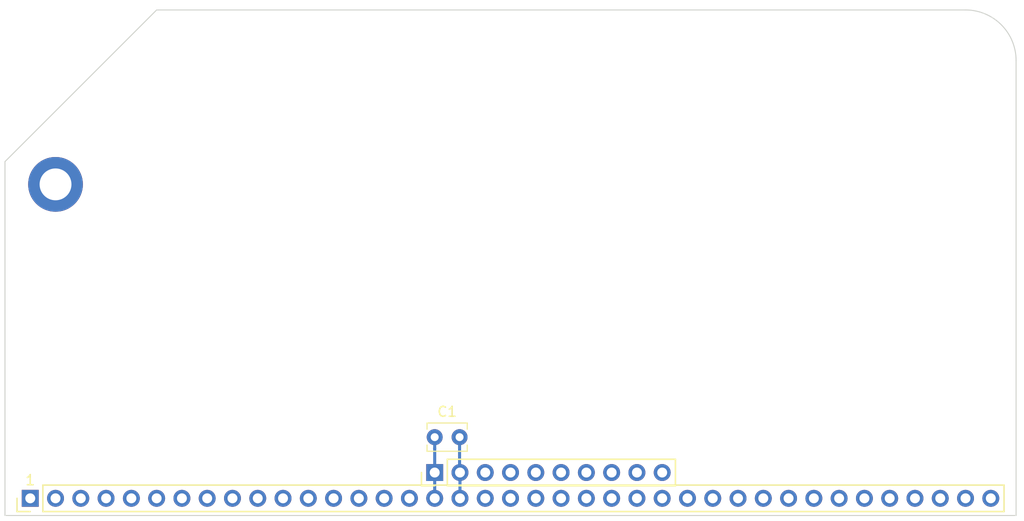
<source format=kicad_pcb>
(kicad_pcb (version 20171130) (host pcbnew "(5.1.2-1)-1")

  (general
    (thickness 1.6)
    (drawings 7)
    (tracks 11)
    (zones 0)
    (modules 4)
    (nets 3)
  )

  (page A4)
  (layers
    (0 F.Cu mixed)
    (31 B.Cu mixed)
    (34 B.Paste user)
    (35 F.Paste user)
    (36 B.SilkS user)
    (37 F.SilkS user)
    (38 B.Mask user)
    (39 F.Mask user)
    (44 Edge.Cuts user)
    (45 Margin user)
    (46 B.CrtYd user)
    (47 F.CrtYd user)
  )

  (setup
    (last_trace_width 0.1524)
    (trace_clearance 0.1524)
    (zone_clearance 0.508)
    (zone_45_only no)
    (trace_min 0.1524)
    (via_size 0.6858)
    (via_drill 0.3302)
    (via_min_size 0.6858)
    (via_min_drill 0.3302)
    (uvia_size 0.3)
    (uvia_drill 0.1)
    (uvias_allowed no)
    (uvia_min_size 0)
    (uvia_min_drill 0)
    (edge_width 0.05)
    (segment_width 0.2)
    (pcb_text_width 0.3)
    (pcb_text_size 1.5 1.5)
    (mod_edge_width 0.1524)
    (mod_text_size 1.016 1.016)
    (mod_text_width 0.1524)
    (pad_size 1.56 0.65)
    (pad_drill 0)
    (pad_to_mask_clearance 0.0508)
    (solder_mask_min_width 0.254)
    (aux_axis_origin 0 0)
    (grid_origin 75.438 127.508)
    (visible_elements FFFFFF7F)
    (pcbplotparams
      (layerselection 0x010f0_ffffffff)
      (usegerberextensions true)
      (usegerberattributes false)
      (usegerberadvancedattributes false)
      (creategerberjobfile false)
      (excludeedgelayer true)
      (linewidth 0.100000)
      (plotframeref false)
      (viasonmask false)
      (mode 1)
      (useauxorigin false)
      (hpglpennumber 1)
      (hpglpenspeed 20)
      (hpglpendiameter 15.000000)
      (psnegative false)
      (psa4output false)
      (plotreference true)
      (plotvalue true)
      (plotinvisibletext false)
      (padsonsilk false)
      (subtractmaskfromsilk false)
      (outputformat 1)
      (mirror false)
      (drillshape 0)
      (scaleselection 1)
      (outputdirectory "gerbers/"))
  )

  (net 0 "")
  (net 1 5V)
  (net 2 GND)

  (net_class Default "This is the default net class."
    (clearance 0.1524)
    (trace_width 0.1524)
    (via_dia 0.6858)
    (via_drill 0.3302)
    (uvia_dia 0.3)
    (uvia_drill 0.1)
    (add_net A1)
    (add_net A10)
    (add_net A11)
    (add_net A12)
    (add_net A13)
    (add_net A14)
    (add_net A15)
    (add_net A2)
    (add_net A5)
    (add_net A6)
    (add_net A7)
    (add_net A8)
    (add_net A9)
    (add_net CLK)
    (add_net CLK2)
    (add_net D0)
    (add_net D1)
    (add_net D2)
    (add_net D3)
    (add_net D4)
    (add_net D5)
    (add_net D6)
    (add_net D7)
    (add_net "Net-(J1-Pad35)")
    (add_net "Net-(J1-Pad36)")
    (add_net "Net-(J1-Pad37)")
    (add_net "Net-(J1-Pad38)")
    (add_net "Net-(J1-Pad39)")
    (add_net ~BUSACK)
    (add_net ~BUSRQ)
    (add_net ~HALT)
    (add_net ~INT)
    (add_net ~IORQ)
    (add_net ~M1)
    (add_net ~MREQ)
    (add_net ~NMI)
    (add_net ~RESET)
    (add_net ~RESET2)
    (add_net ~RFSH)
    (add_net ~WAIT)
    (add_net ~WR)
  )

  (net_class "Net-(D1-Pad1)	Default\r" ""
    (clearance 0.2032)
    (trace_width 0.2032)
    (via_dia 0.6858)
    (via_drill 0.3302)
    (uvia_dia 0.3)
    (uvia_drill 0.1)
  )

  (net_class Power ""
    (clearance 0.2032)
    (trace_width 0.3048)
    (via_dia 0.6858)
    (via_drill 0.3302)
    (uvia_dia 0.3)
    (uvia_drill 0.1)
    (add_net 5V)
    (add_net GND)
  )

  (module Capacitor_THT:C_Disc_D3.8mm_W2.6mm_P2.50mm (layer F.Cu) (tedit 5AE50EF0) (tstamp 5CC83962)
    (at 118.618 119.634)
    (descr "C, Disc series, Radial, pin pitch=2.50mm, , diameter*width=3.8*2.6mm^2, Capacitor, http://www.vishay.com/docs/45233/krseries.pdf")
    (tags "C Disc series Radial pin pitch 2.50mm  diameter 3.8mm width 2.6mm Capacitor")
    (path /5CEC908F)
    (fp_text reference C1 (at 1.25 -2.55) (layer F.SilkS)
      (effects (font (size 1 1) (thickness 0.15)))
    )
    (fp_text value 100nF (at 1.25 2.55) (layer F.Fab)
      (effects (font (size 1 1) (thickness 0.15)))
    )
    (fp_text user %R (at 1.25 0) (layer F.Fab)
      (effects (font (size 0.76 0.76) (thickness 0.114)))
    )
    (fp_line (start 3.55 -1.55) (end -1.05 -1.55) (layer F.CrtYd) (width 0.05))
    (fp_line (start 3.55 1.55) (end 3.55 -1.55) (layer F.CrtYd) (width 0.05))
    (fp_line (start -1.05 1.55) (end 3.55 1.55) (layer F.CrtYd) (width 0.05))
    (fp_line (start -1.05 -1.55) (end -1.05 1.55) (layer F.CrtYd) (width 0.05))
    (fp_line (start 3.27 0.795) (end 3.27 1.42) (layer F.SilkS) (width 0.12))
    (fp_line (start 3.27 -1.42) (end 3.27 -0.795) (layer F.SilkS) (width 0.12))
    (fp_line (start -0.77 0.795) (end -0.77 1.42) (layer F.SilkS) (width 0.12))
    (fp_line (start -0.77 -1.42) (end -0.77 -0.795) (layer F.SilkS) (width 0.12))
    (fp_line (start -0.77 1.42) (end 3.27 1.42) (layer F.SilkS) (width 0.12))
    (fp_line (start -0.77 -1.42) (end 3.27 -1.42) (layer F.SilkS) (width 0.12))
    (fp_line (start 3.15 -1.3) (end -0.65 -1.3) (layer F.Fab) (width 0.1))
    (fp_line (start 3.15 1.3) (end 3.15 -1.3) (layer F.Fab) (width 0.1))
    (fp_line (start -0.65 1.3) (end 3.15 1.3) (layer F.Fab) (width 0.1))
    (fp_line (start -0.65 -1.3) (end -0.65 1.3) (layer F.Fab) (width 0.1))
    (pad 2 thru_hole circle (at 2.5 0) (size 1.6 1.6) (drill 0.8) (layers *.Cu *.Mask)
      (net 1 5V))
    (pad 1 thru_hole circle (at 0 0) (size 1.6 1.6) (drill 0.8) (layers *.Cu *.Mask)
      (net 2 GND))
    (model ${KISYS3DMOD}/Capacitor_THT.3dshapes/C_Disc_D3.8mm_W2.6mm_P2.50mm.wrl
      (at (xyz 0 0 0))
      (scale (xyz 1 1 1))
      (rotate (xyz 0 0 0))
    )
  )

  (module Connector_PinHeader_2.54mm:PinHeader_1x39_P2.54mm_Vertical (layer F.Cu) (tedit 59FED5CC) (tstamp 5CC52FC5)
    (at 77.978 125.7808 90)
    (descr "Through hole straight pin header, 1x39, 2.54mm pitch, single row")
    (tags "Through hole pin header THT 1x39 2.54mm single row")
    (path /5CA62B4A)
    (fp_text reference J1 (at 0 -2.33 90) (layer F.SilkS) hide
      (effects (font (size 1.016 1.016) (thickness 0.1524)))
    )
    (fp_text value "Z80 Bus" (at 0 98.85 90) (layer F.Fab)
      (effects (font (size 1 1) (thickness 0.15)))
    )
    (fp_text user %R (at 0 48.26 180) (layer F.Fab)
      (effects (font (size 1 1) (thickness 0.15)))
    )
    (fp_line (start 1.8 -1.8) (end -1.8 -1.8) (layer F.CrtYd) (width 0.05))
    (fp_line (start 1.8 98.3) (end 1.8 -1.8) (layer F.CrtYd) (width 0.05))
    (fp_line (start -1.8 98.3) (end 1.8 98.3) (layer F.CrtYd) (width 0.05))
    (fp_line (start -1.8 -1.8) (end -1.8 98.3) (layer F.CrtYd) (width 0.05))
    (fp_line (start -1.33 -1.33) (end 0 -1.33) (layer F.SilkS) (width 0.1524))
    (fp_line (start -1.33 0) (end -1.33 -1.33) (layer F.SilkS) (width 0.1524))
    (fp_line (start -1.33 1.27) (end 1.33 1.27) (layer F.SilkS) (width 0.1524))
    (fp_line (start 1.33 1.27) (end 1.33 97.85) (layer F.SilkS) (width 0.1524))
    (fp_line (start -1.33 1.27) (end -1.33 97.85) (layer F.SilkS) (width 0.1524))
    (fp_line (start -1.33 97.85) (end 1.33 97.85) (layer F.SilkS) (width 0.1524))
    (fp_line (start -1.27 -0.635) (end -0.635 -1.27) (layer F.Fab) (width 0.1))
    (fp_line (start -1.27 97.79) (end -1.27 -0.635) (layer F.Fab) (width 0.1))
    (fp_line (start 1.27 97.79) (end -1.27 97.79) (layer F.Fab) (width 0.1))
    (fp_line (start 1.27 -1.27) (end 1.27 97.79) (layer F.Fab) (width 0.1))
    (fp_line (start -0.635 -1.27) (end 1.27 -1.27) (layer F.Fab) (width 0.1))
    (pad 39 thru_hole oval (at 0 96.52 90) (size 1.7 1.7) (drill 1) (layers *.Cu *.Mask))
    (pad 38 thru_hole oval (at 0 93.98 90) (size 1.7 1.7) (drill 1) (layers *.Cu *.Mask))
    (pad 37 thru_hole oval (at 0 91.44 90) (size 1.7 1.7) (drill 1) (layers *.Cu *.Mask))
    (pad 36 thru_hole oval (at 0 88.9 90) (size 1.7 1.7) (drill 1) (layers *.Cu *.Mask))
    (pad 35 thru_hole oval (at 0 86.36 90) (size 1.7 1.7) (drill 1) (layers *.Cu *.Mask))
    (pad 34 thru_hole oval (at 0 83.82 90) (size 1.7 1.7) (drill 1) (layers *.Cu *.Mask))
    (pad 33 thru_hole oval (at 0 81.28 90) (size 1.7 1.7) (drill 1) (layers *.Cu *.Mask))
    (pad 32 thru_hole oval (at 0 78.74 90) (size 1.7 1.7) (drill 1) (layers *.Cu *.Mask))
    (pad 31 thru_hole oval (at 0 76.2 90) (size 1.7 1.7) (drill 1) (layers *.Cu *.Mask))
    (pad 30 thru_hole oval (at 0 73.66 90) (size 1.7 1.7) (drill 1) (layers *.Cu *.Mask))
    (pad 29 thru_hole oval (at 0 71.12 90) (size 1.7 1.7) (drill 1) (layers *.Cu *.Mask))
    (pad 28 thru_hole oval (at 0 68.58 90) (size 1.7 1.7) (drill 1) (layers *.Cu *.Mask))
    (pad 27 thru_hole oval (at 0 66.04 90) (size 1.7 1.7) (drill 1) (layers *.Cu *.Mask))
    (pad 26 thru_hole oval (at 0 63.5 90) (size 1.7 1.7) (drill 1) (layers *.Cu *.Mask))
    (pad 25 thru_hole oval (at 0 60.96 90) (size 1.7 1.7) (drill 1) (layers *.Cu *.Mask))
    (pad 24 thru_hole oval (at 0 58.42 90) (size 1.7 1.7) (drill 1) (layers *.Cu *.Mask))
    (pad 23 thru_hole oval (at 0 55.88 90) (size 1.7 1.7) (drill 1) (layers *.Cu *.Mask))
    (pad 22 thru_hole oval (at 0 53.34 90) (size 1.7 1.7) (drill 1) (layers *.Cu *.Mask))
    (pad 21 thru_hole oval (at 0 50.8 90) (size 1.7 1.7) (drill 1) (layers *.Cu *.Mask))
    (pad 20 thru_hole oval (at 0 48.26 90) (size 1.7 1.7) (drill 1) (layers *.Cu *.Mask))
    (pad 19 thru_hole oval (at 0 45.72 90) (size 1.7 1.7) (drill 1) (layers *.Cu *.Mask))
    (pad 18 thru_hole oval (at 0 43.18 90) (size 1.7 1.7) (drill 1) (layers *.Cu *.Mask)
      (net 1 5V))
    (pad 17 thru_hole oval (at 0 40.64 90) (size 1.7 1.7) (drill 1) (layers *.Cu *.Mask)
      (net 2 GND))
    (pad 16 thru_hole oval (at 0 38.1 90) (size 1.7 1.7) (drill 1) (layers *.Cu *.Mask))
    (pad 15 thru_hole oval (at 0 35.56 90) (size 1.7 1.7) (drill 1) (layers *.Cu *.Mask))
    (pad 14 thru_hole oval (at 0 33.02 90) (size 1.7 1.7) (drill 1) (layers *.Cu *.Mask))
    (pad 13 thru_hole oval (at 0 30.48 90) (size 1.7 1.7) (drill 1) (layers *.Cu *.Mask))
    (pad 12 thru_hole oval (at 0 27.94 90) (size 1.7 1.7) (drill 1) (layers *.Cu *.Mask))
    (pad 11 thru_hole oval (at 0 25.4 90) (size 1.7 1.7) (drill 1) (layers *.Cu *.Mask))
    (pad 10 thru_hole oval (at 0 22.86 90) (size 1.7 1.7) (drill 1) (layers *.Cu *.Mask))
    (pad 9 thru_hole oval (at 0 20.32 90) (size 1.7 1.7) (drill 1) (layers *.Cu *.Mask))
    (pad 8 thru_hole oval (at 0 17.78 90) (size 1.7 1.7) (drill 1) (layers *.Cu *.Mask))
    (pad 7 thru_hole oval (at 0 15.24 90) (size 1.7 1.7) (drill 1) (layers *.Cu *.Mask))
    (pad 6 thru_hole oval (at 0 12.7 90) (size 1.7 1.7) (drill 1) (layers *.Cu *.Mask))
    (pad 5 thru_hole oval (at 0 10.16 90) (size 1.7 1.7) (drill 1) (layers *.Cu *.Mask))
    (pad 4 thru_hole oval (at 0 7.62 90) (size 1.7 1.7) (drill 1) (layers *.Cu *.Mask))
    (pad 3 thru_hole oval (at 0 5.08 90) (size 1.7 1.7) (drill 1) (layers *.Cu *.Mask))
    (pad 2 thru_hole oval (at 0 2.54 90) (size 1.7 1.7) (drill 1) (layers *.Cu *.Mask))
    (pad 1 thru_hole rect (at 0 0 90) (size 1.7 1.7) (drill 1) (layers *.Cu *.Mask))
    (model ${KISYS3DMOD}/Connector_PinHeader_2.54mm.3dshapes/PinHeader_1x39_P2.54mm_Vertical.wrl
      (at (xyz 0 0 0))
      (scale (xyz 1 1 1))
      (rotate (xyz 0 0 0))
    )
  )

  (module Connector_PinHeader_2.54mm:PinHeader_1x10_P2.54mm_Vertical (layer F.Cu) (tedit 59FED5CC) (tstamp 5CB56BF9)
    (at 118.618 123.19 90)
    (descr "Through hole straight pin header, 1x10, 2.54mm pitch, single row")
    (tags "Through hole pin header THT 1x10 2.54mm single row")
    (path /5CB17847)
    (fp_text reference J2 (at 0 -2.33 90) (layer F.SilkS) hide
      (effects (font (size 1.016 1.016) (thickness 0.1524)))
    )
    (fp_text value "Pro Bus" (at 0 25.19 90) (layer F.Fab)
      (effects (font (size 1 1) (thickness 0.15)))
    )
    (fp_text user %R (at 0 11.43 180) (layer F.Fab)
      (effects (font (size 1 1) (thickness 0.15)))
    )
    (fp_line (start 1.8 -1.8) (end -1.8 -1.8) (layer F.CrtYd) (width 0.05))
    (fp_line (start 1.8 24.65) (end 1.8 -1.8) (layer F.CrtYd) (width 0.05))
    (fp_line (start -1.8 24.65) (end 1.8 24.65) (layer F.CrtYd) (width 0.05))
    (fp_line (start -1.8 -1.8) (end -1.8 24.65) (layer F.CrtYd) (width 0.05))
    (fp_line (start -1.33 -1.33) (end 0 -1.33) (layer F.SilkS) (width 0.1524))
    (fp_line (start -1.33 0) (end -1.33 -1.33) (layer F.SilkS) (width 0.1524))
    (fp_line (start -1.33 1.27) (end 1.33 1.27) (layer F.SilkS) (width 0.1524))
    (fp_line (start 1.33 1.27) (end 1.33 24.19) (layer F.SilkS) (width 0.1524))
    (fp_line (start -1.33 1.27) (end -1.33 24.19) (layer F.SilkS) (width 0.1524))
    (fp_line (start -1.33 24.19) (end 1.33 24.19) (layer F.SilkS) (width 0.1524))
    (fp_line (start -1.27 -0.635) (end -0.635 -1.27) (layer F.Fab) (width 0.1))
    (fp_line (start -1.27 24.13) (end -1.27 -0.635) (layer F.Fab) (width 0.1))
    (fp_line (start 1.27 24.13) (end -1.27 24.13) (layer F.Fab) (width 0.1))
    (fp_line (start 1.27 -1.27) (end 1.27 24.13) (layer F.Fab) (width 0.1))
    (fp_line (start -0.635 -1.27) (end 1.27 -1.27) (layer F.Fab) (width 0.1))
    (pad 10 thru_hole oval (at 0 22.86 90) (size 1.7 1.7) (drill 1) (layers *.Cu *.Mask))
    (pad 9 thru_hole oval (at 0 20.32 90) (size 1.7 1.7) (drill 1) (layers *.Cu *.Mask))
    (pad 8 thru_hole oval (at 0 17.78 90) (size 1.7 1.7) (drill 1) (layers *.Cu *.Mask))
    (pad 7 thru_hole oval (at 0 15.24 90) (size 1.7 1.7) (drill 1) (layers *.Cu *.Mask))
    (pad 6 thru_hole oval (at 0 12.7 90) (size 1.7 1.7) (drill 1) (layers *.Cu *.Mask))
    (pad 5 thru_hole oval (at 0 10.16 90) (size 1.7 1.7) (drill 1) (layers *.Cu *.Mask))
    (pad 4 thru_hole oval (at 0 7.62 90) (size 1.7 1.7) (drill 1) (layers *.Cu *.Mask))
    (pad 3 thru_hole oval (at 0 5.08 90) (size 1.7 1.7) (drill 1) (layers *.Cu *.Mask))
    (pad 2 thru_hole oval (at 0 2.54 90) (size 1.7 1.7) (drill 1) (layers *.Cu *.Mask)
      (net 1 5V))
    (pad 1 thru_hole rect (at 0 0 90) (size 1.7 1.7) (drill 1) (layers *.Cu *.Mask)
      (net 2 GND))
    (model ${KISYS3DMOD}/Connector_PinHeader_2.54mm.3dshapes/PinHeader_1x10_P2.54mm_Vertical.wrl
      (at (xyz 0 0 0))
      (scale (xyz 1 1 1))
      (rotate (xyz 0 0 0))
    )
  )

  (module MountingHole:MountingHole_3.2mm_M3_ISO14580_Pad (layer F.Cu) (tedit 56D1B4CB) (tstamp 5CC56B53)
    (at 80.518 94.234)
    (descr "Mounting Hole 3.2mm, M3, ISO14580")
    (tags "mounting hole 3.2mm m3 iso14580")
    (path /5CB841EA)
    (attr virtual)
    (fp_text reference J4 (at 0 -3.75) (layer F.SilkS) hide
      (effects (font (size 1.016 1.016) (thickness 0.1524)))
    )
    (fp_text value "M3 Mounting Hole" (at 0 3.75) (layer F.Fab)
      (effects (font (size 1 1) (thickness 0.15)))
    )
    (fp_circle (center 0 0) (end 3 0) (layer F.CrtYd) (width 0.05))
    (fp_circle (center 0 0) (end 2.75 0) (layer Cmts.User) (width 0.15))
    (fp_text user %R (at 0.3 0) (layer F.Fab)
      (effects (font (size 1 1) (thickness 0.15)))
    )
    (pad 1 thru_hole circle (at 0 0) (size 5.5 5.5) (drill 3.2) (layers *.Cu *.Mask)
      (net 2 GND))
  )

  (gr_arc (start 171.958 81.788) (end 177.038 81.788) (angle -90) (layer Edge.Cuts) (width 0.1016))
  (gr_text 1 (at 77.978 123.952) (layer F.SilkS) (tstamp 5CB7E891)
    (effects (font (size 1.016 1.016) (thickness 0.1524)))
  )
  (gr_line (start 75.438 91.948) (end 90.678 76.708) (layer Edge.Cuts) (width 0.1) (tstamp 5CA5B277))
  (gr_line (start 90.678 76.708) (end 171.958 76.708) (layer Edge.Cuts) (width 0.1))
  (gr_line (start 177.038 127.508) (end 75.438 127.508) (layer Edge.Cuts) (width 0.1))
  (gr_line (start 177.038 81.788) (end 177.038 127.508) (layer Edge.Cuts) (width 0.1016))
  (gr_line (start 75.438 127.508) (end 75.438 91.948) (layer Edge.Cuts) (width 0.1))

  (segment (start 138.938 125.7808) (end 139.6492 125.7808) (width 0.1524) (layer F.Cu) (net 0) (status 30))
  (segment (start 116.586 125.2728) (end 116.078 125.7808) (width 0.1524) (layer F.Cu) (net 0) (status 30))
  (segment (start 108.458 125.7808) (end 108.8136 125.7808) (width 0.1524) (layer F.Cu) (net 0) (status 30))
  (segment (start 105.918 125.7808) (end 106.6524 125.7808) (width 0.1524) (layer F.Cu) (net 0) (status 30))
  (segment (start 121.118 123.15) (end 121.158 123.19) (width 0.3048) (layer B.Cu) (net 1))
  (segment (start 121.118 119.634) (end 121.118 123.15) (width 0.3048) (layer B.Cu) (net 1))
  (segment (start 121.158 123.19) (end 121.158 125.7808) (width 0.3048) (layer B.Cu) (net 1))
  (segment (start 80.518 94.234) (end 80.7958 94.5118) (width 0.3048) (layer B.Cu) (net 2) (status 30))
  (segment (start 118.618 120.76537) (end 118.618 123.19) (width 0.3048) (layer B.Cu) (net 2))
  (segment (start 118.618 119.634) (end 118.618 120.76537) (width 0.3048) (layer B.Cu) (net 2))
  (segment (start 118.618 123.19) (end 118.618 125.7808) (width 0.3048) (layer B.Cu) (net 2))

  (zone (net 2) (net_name GND) (layer F.Cu) (tstamp 5CC86557) (hatch edge 0.508)
    (connect_pads (clearance 0.508))
    (min_thickness 0.254)
    (fill (arc_segments 32) (thermal_gap 0.508) (thermal_bridge_width 0.508))
    (polygon
      (pts
        (xy 90.938 75.908) (xy 177.838 76.008) (xy 177.638 128.008) (xy 74.938 128.108) (xy 74.938 91.708)
      )
    )
  )
  (zone (net 2) (net_name GND) (layer B.Cu) (tstamp 5CC86554) (hatch edge 0.508)
    (connect_pads (clearance 0.508))
    (min_thickness 0.254)
    (fill (arc_segments 32) (thermal_gap 0.508) (thermal_bridge_width 0.508))
    (polygon
      (pts
        (xy 90.938 75.708) (xy 177.738 75.808) (xy 177.838 128.108) (xy 75.038 128.108) (xy 75.038 91.908)
      )
    )
  )
)

</source>
